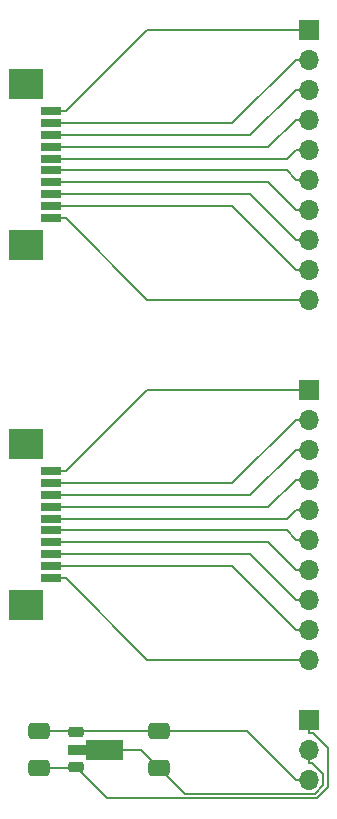
<source format=gbr>
%TF.GenerationSoftware,KiCad,Pcbnew,8.0.3-8.0.3-0~ubuntu22.04.1*%
%TF.CreationDate,2024-10-28T10:55:12+03:00*%
%TF.ProjectId,PM-Debug_v0.0.1,504d2d44-6562-4756-975f-76302e302e31,rev?*%
%TF.SameCoordinates,Original*%
%TF.FileFunction,Copper,L1,Top*%
%TF.FilePolarity,Positive*%
%FSLAX46Y46*%
G04 Gerber Fmt 4.6, Leading zero omitted, Abs format (unit mm)*
G04 Created by KiCad (PCBNEW 8.0.3-8.0.3-0~ubuntu22.04.1) date 2024-10-28 10:55:12*
%MOMM*%
%LPD*%
G01*
G04 APERTURE LIST*
G04 Aperture macros list*
%AMRoundRect*
0 Rectangle with rounded corners*
0 $1 Rounding radius*
0 $2 $3 $4 $5 $6 $7 $8 $9 X,Y pos of 4 corners*
0 Add a 4 corners polygon primitive as box body*
4,1,4,$2,$3,$4,$5,$6,$7,$8,$9,$2,$3,0*
0 Add four circle primitives for the rounded corners*
1,1,$1+$1,$2,$3*
1,1,$1+$1,$4,$5*
1,1,$1+$1,$6,$7*
1,1,$1+$1,$8,$9*
0 Add four rect primitives between the rounded corners*
20,1,$1+$1,$2,$3,$4,$5,0*
20,1,$1+$1,$4,$5,$6,$7,0*
20,1,$1+$1,$6,$7,$8,$9,0*
20,1,$1+$1,$8,$9,$2,$3,0*%
%AMFreePoly0*
4,1,9,3.862500,-0.866500,0.737500,-0.866500,0.737500,-0.450000,-0.737500,-0.450000,-0.737500,0.450000,0.737500,0.450000,0.737500,0.866500,3.862500,0.866500,3.862500,-0.866500,3.862500,-0.866500,$1*%
G04 Aperture macros list end*
%TA.AperFunction,SMDPad,CuDef*%
%ADD10RoundRect,0.225000X-0.425000X-0.225000X0.425000X-0.225000X0.425000X0.225000X-0.425000X0.225000X0*%
%TD*%
%TA.AperFunction,SMDPad,CuDef*%
%ADD11FreePoly0,0.000000*%
%TD*%
%TA.AperFunction,SMDPad,CuDef*%
%ADD12RoundRect,0.250000X0.650000X-0.412500X0.650000X0.412500X-0.650000X0.412500X-0.650000X-0.412500X0*%
%TD*%
%TA.AperFunction,SMDPad,CuDef*%
%ADD13R,1.803400X0.635000*%
%TD*%
%TA.AperFunction,SMDPad,CuDef*%
%ADD14R,2.997200X2.590800*%
%TD*%
%TA.AperFunction,ComponentPad*%
%ADD15R,1.700000X1.700000*%
%TD*%
%TA.AperFunction,ComponentPad*%
%ADD16O,1.700000X1.700000*%
%TD*%
%TA.AperFunction,Conductor*%
%ADD17C,0.200000*%
%TD*%
G04 APERTURE END LIST*
D10*
%TO.P,U1,1,GND*%
%TO.N,GND*%
X109810000Y-117880000D03*
D11*
%TO.P,U1,2,OUTPUT*%
%TO.N,+3.3V*%
X109897500Y-119380000D03*
D10*
%TO.P,U1,3,INPUT*%
%TO.N,+5V*%
X109810000Y-120880000D03*
%TD*%
D12*
%TO.P,C2,1*%
%TO.N,+3.3V*%
X116840000Y-120942500D03*
%TO.P,C2,2*%
%TO.N,GND*%
X116840000Y-117817500D03*
%TD*%
D13*
%TO.P,J1,1,Pin_1*%
%TO.N,Net-(J1-Pin_1)*%
X107696000Y-65350009D03*
%TO.P,J1,2,Pin_2*%
%TO.N,Net-(J1-Pin_2)*%
X107696000Y-66350007D03*
%TO.P,J1,3,Pin_3*%
%TO.N,Net-(J1-Pin_3)*%
X107696000Y-67350005D03*
%TO.P,J1,4,Pin_4*%
%TO.N,Net-(J1-Pin_4)*%
X107696000Y-68350003D03*
%TO.P,J1,5,Pin_5*%
%TO.N,Net-(J1-Pin_5)*%
X107696000Y-69350001D03*
%TO.P,J1,6,Pin_6*%
%TO.N,Net-(J1-Pin_6)*%
X107696000Y-70349999D03*
%TO.P,J1,7,Pin_7*%
%TO.N,Net-(J1-Pin_7)*%
X107696000Y-71349997D03*
%TO.P,J1,8,Pin_8*%
%TO.N,Net-(J1-Pin_8)*%
X107696000Y-72349995D03*
%TO.P,J1,9,Pin_9*%
%TO.N,Net-(J1-Pin_9)*%
X107696000Y-73349993D03*
%TO.P,J1,10,Pin_10*%
%TO.N,Net-(J1-Pin_10)*%
X107696000Y-74349991D03*
D14*
%TO.P,J1,11*%
%TO.N,N/C*%
X105525999Y-62999998D03*
%TO.P,J1,12*%
X105525999Y-76700002D03*
%TD*%
D12*
%TO.P,C1,1*%
%TO.N,+5V*%
X106680000Y-120942500D03*
%TO.P,C1,2*%
%TO.N,GND*%
X106680000Y-117817500D03*
%TD*%
D13*
%TO.P,J3,1,Pin_1*%
%TO.N,Net-(J3-Pin_1)*%
X107696000Y-95830009D03*
%TO.P,J3,2,Pin_2*%
%TO.N,Net-(J3-Pin_2)*%
X107696000Y-96830007D03*
%TO.P,J3,3,Pin_3*%
%TO.N,Net-(J3-Pin_3)*%
X107696000Y-97830005D03*
%TO.P,J3,4,Pin_4*%
%TO.N,Net-(J3-Pin_4)*%
X107696000Y-98830003D03*
%TO.P,J3,5,Pin_5*%
%TO.N,Net-(J3-Pin_5)*%
X107696000Y-99830001D03*
%TO.P,J3,6,Pin_6*%
%TO.N,Net-(J3-Pin_6)*%
X107696000Y-100829999D03*
%TO.P,J3,7,Pin_7*%
%TO.N,Net-(J3-Pin_7)*%
X107696000Y-101829997D03*
%TO.P,J3,8,Pin_8*%
%TO.N,Net-(J3-Pin_8)*%
X107696000Y-102829995D03*
%TO.P,J3,9,Pin_9*%
%TO.N,Net-(J3-Pin_9)*%
X107696000Y-103829993D03*
%TO.P,J3,10,Pin_10*%
%TO.N,Net-(J3-Pin_10)*%
X107696000Y-104829991D03*
D14*
%TO.P,J3,11*%
%TO.N,N/C*%
X105525999Y-93479998D03*
%TO.P,J3,12*%
X105525999Y-107180002D03*
%TD*%
D15*
%TO.P,J2,1,Pin_1*%
%TO.N,Net-(J1-Pin_1)*%
X129540000Y-58420000D03*
D16*
%TO.P,J2,2,Pin_2*%
%TO.N,Net-(J1-Pin_2)*%
X129540000Y-60960000D03*
%TO.P,J2,3,Pin_3*%
%TO.N,Net-(J1-Pin_3)*%
X129540000Y-63500000D03*
%TO.P,J2,4,Pin_4*%
%TO.N,Net-(J1-Pin_4)*%
X129540000Y-66040000D03*
%TO.P,J2,5,Pin_5*%
%TO.N,Net-(J1-Pin_5)*%
X129540000Y-68580000D03*
%TO.P,J2,6,Pin_6*%
%TO.N,Net-(J1-Pin_6)*%
X129540000Y-71120000D03*
%TO.P,J2,7,Pin_7*%
%TO.N,Net-(J1-Pin_7)*%
X129540000Y-73660000D03*
%TO.P,J2,8,Pin_8*%
%TO.N,Net-(J1-Pin_8)*%
X129540000Y-76200000D03*
%TO.P,J2,9,Pin_9*%
%TO.N,Net-(J1-Pin_9)*%
X129540000Y-78740000D03*
%TO.P,J2,10,Pin_10*%
%TO.N,Net-(J1-Pin_10)*%
X129540000Y-81280000D03*
%TD*%
D15*
%TO.P,J4,1,Pin_1*%
%TO.N,Net-(J3-Pin_1)*%
X129540000Y-88900000D03*
D16*
%TO.P,J4,2,Pin_2*%
%TO.N,Net-(J3-Pin_2)*%
X129540000Y-91440000D03*
%TO.P,J4,3,Pin_3*%
%TO.N,Net-(J3-Pin_3)*%
X129540000Y-93980000D03*
%TO.P,J4,4,Pin_4*%
%TO.N,Net-(J3-Pin_4)*%
X129540000Y-96520000D03*
%TO.P,J4,5,Pin_5*%
%TO.N,Net-(J3-Pin_5)*%
X129540000Y-99060000D03*
%TO.P,J4,6,Pin_6*%
%TO.N,Net-(J3-Pin_6)*%
X129540000Y-101600000D03*
%TO.P,J4,7,Pin_7*%
%TO.N,Net-(J3-Pin_7)*%
X129540000Y-104140000D03*
%TO.P,J4,8,Pin_8*%
%TO.N,Net-(J3-Pin_8)*%
X129540000Y-106680000D03*
%TO.P,J4,9,Pin_9*%
%TO.N,Net-(J3-Pin_9)*%
X129540000Y-109220000D03*
%TO.P,J4,10,Pin_10*%
%TO.N,Net-(J3-Pin_10)*%
X129540000Y-111760000D03*
%TD*%
D15*
%TO.P,J5,1,Pin_1*%
%TO.N,+5V*%
X129540000Y-116840000D03*
D16*
%TO.P,J5,2,Pin_2*%
%TO.N,+3.3V*%
X129540000Y-119380000D03*
%TO.P,J5,3,Pin_3*%
%TO.N,GND*%
X129540000Y-121920000D03*
%TD*%
D17*
%TO.N,Net-(J1-Pin_9)*%
X128388300Y-78740000D02*
X122998300Y-73350000D01*
X122998300Y-73350000D02*
X107696000Y-73350000D01*
X129540000Y-78740000D02*
X128388300Y-78740000D01*
%TO.N,Net-(J1-Pin_1)*%
X107696000Y-65350000D02*
X108899400Y-65350000D01*
X115829400Y-58420000D02*
X108899400Y-65350000D01*
X129540000Y-58420000D02*
X115829400Y-58420000D01*
%TO.N,Net-(J1-Pin_7)*%
X129540000Y-73660000D02*
X128388300Y-73660000D01*
X107696000Y-71350000D02*
X126078300Y-71350000D01*
X126078300Y-71350000D02*
X128388300Y-73660000D01*
%TO.N,Net-(J1-Pin_4)*%
X129540000Y-66040000D02*
X128388300Y-66040000D01*
X128388300Y-66040000D02*
X126078300Y-68350000D01*
X126078300Y-68350000D02*
X107696000Y-68350000D01*
%TO.N,Net-(J1-Pin_6)*%
X127618300Y-70350000D02*
X107696000Y-70350000D01*
X129540000Y-71120000D02*
X128388300Y-71120000D01*
X128388300Y-71120000D02*
X127618300Y-70350000D01*
%TO.N,Net-(J1-Pin_3)*%
X124538300Y-67350000D02*
X107696000Y-67350000D01*
X128388300Y-63500000D02*
X124538300Y-67350000D01*
X129540000Y-63500000D02*
X128388300Y-63500000D01*
%TO.N,Net-(J1-Pin_10)*%
X129540000Y-81280000D02*
X115829400Y-81280000D01*
X115829400Y-81280000D02*
X108899400Y-74350000D01*
X107696000Y-74350000D02*
X108899400Y-74350000D01*
%TO.N,Net-(J1-Pin_8)*%
X124538300Y-72350000D02*
X128388300Y-76200000D01*
X129540000Y-76200000D02*
X128388300Y-76200000D01*
X107696000Y-72350000D02*
X124538300Y-72350000D01*
%TO.N,Net-(J1-Pin_5)*%
X128388300Y-68580000D02*
X127618300Y-69350000D01*
X129540000Y-68580000D02*
X128388300Y-68580000D01*
X127618300Y-69350000D02*
X107696000Y-69350000D01*
%TO.N,Net-(J1-Pin_2)*%
X128388300Y-60960000D02*
X122998300Y-66350000D01*
X122998300Y-66350000D02*
X107696000Y-66350000D01*
X129540000Y-60960000D02*
X128388300Y-60960000D01*
%TO.N,Net-(J3-Pin_4)*%
X126078300Y-98830000D02*
X128388300Y-96520000D01*
X107696000Y-98830000D02*
X126078300Y-98830000D01*
X129540000Y-96520000D02*
X128388300Y-96520000D01*
%TO.N,Net-(J3-Pin_7)*%
X107696000Y-101830000D02*
X126078300Y-101830000D01*
X129540000Y-104140000D02*
X128388300Y-104140000D01*
X126078300Y-101830000D02*
X128388300Y-104140000D01*
%TO.N,Net-(J3-Pin_2)*%
X129540000Y-91440000D02*
X128388300Y-91440000D01*
X107696000Y-96830000D02*
X122998300Y-96830000D01*
X122998300Y-96830000D02*
X128388300Y-91440000D01*
%TO.N,Net-(J3-Pin_1)*%
X108899400Y-95830000D02*
X115829400Y-88900000D01*
X115829400Y-88900000D02*
X129540000Y-88900000D01*
X107696000Y-95830000D02*
X108899400Y-95830000D01*
%TO.N,Net-(J3-Pin_6)*%
X129540000Y-101600000D02*
X128388300Y-101600000D01*
X127618300Y-100830000D02*
X128388300Y-101600000D01*
X107696000Y-100830000D02*
X127618300Y-100830000D01*
%TO.N,Net-(J3-Pin_8)*%
X124538300Y-102830000D02*
X128388300Y-106680000D01*
X107696000Y-102830000D02*
X124538300Y-102830000D01*
X129540000Y-106680000D02*
X128388300Y-106680000D01*
%TO.N,Net-(J3-Pin_3)*%
X129540000Y-93980000D02*
X128388300Y-93980000D01*
X124538300Y-97830000D02*
X128388300Y-93980000D01*
X107696000Y-97830000D02*
X124538300Y-97830000D01*
%TO.N,Net-(J3-Pin_9)*%
X129540000Y-109220000D02*
X128388300Y-109220000D01*
X107696000Y-103830000D02*
X122998300Y-103830000D01*
X122998300Y-103830000D02*
X128388300Y-109220000D01*
%TO.N,Net-(J3-Pin_5)*%
X127618300Y-99830000D02*
X128388300Y-99060000D01*
X129540000Y-99060000D02*
X128388300Y-99060000D01*
X107696000Y-99830000D02*
X127618300Y-99830000D01*
%TO.N,GND*%
X116840000Y-117817500D02*
X109872500Y-117817500D01*
X109747500Y-117817500D02*
X109810000Y-117880000D01*
X128388300Y-121920000D02*
X124285800Y-117817500D01*
X129540000Y-121920000D02*
X128388300Y-121920000D01*
X106680000Y-117817500D02*
X109747500Y-117817500D01*
X109872500Y-117817500D02*
X109810000Y-117880000D01*
X124285800Y-117817500D02*
X116840000Y-117817500D01*
%TO.N,+5V*%
X131110000Y-119273800D02*
X129827900Y-117991700D01*
X109747500Y-120942500D02*
X109810000Y-120880000D01*
X131110000Y-122581100D02*
X131110000Y-119273800D01*
X112439700Y-123509700D02*
X130181400Y-123509700D01*
X129827900Y-117991700D02*
X129540000Y-117991700D01*
X130181400Y-123509700D02*
X131110000Y-122581100D01*
X129540000Y-116840000D02*
X129540000Y-117991700D01*
X109810000Y-120880000D02*
X112439700Y-123509700D01*
X106680000Y-120942500D02*
X109747500Y-120942500D01*
%TO.N,+3.3V*%
X130708300Y-121436400D02*
X130708300Y-122414800D01*
X109897500Y-119380000D02*
X115277500Y-119380000D01*
X119005500Y-123108000D02*
X116840000Y-120942500D01*
X130015100Y-123108000D02*
X119005500Y-123108000D01*
X129540000Y-120531700D02*
X129803600Y-120531700D01*
X129540000Y-119380000D02*
X129540000Y-120531700D01*
X115277500Y-119380000D02*
X116840000Y-120942500D01*
X129803600Y-120531700D02*
X130708300Y-121436400D01*
X130708300Y-122414800D02*
X130015100Y-123108000D01*
%TO.N,Net-(J3-Pin_10)*%
X107696000Y-104830000D02*
X108899400Y-104830000D01*
X108899400Y-104830000D02*
X115829400Y-111760000D01*
X115829400Y-111760000D02*
X129540000Y-111760000D01*
%TD*%
M02*

</source>
